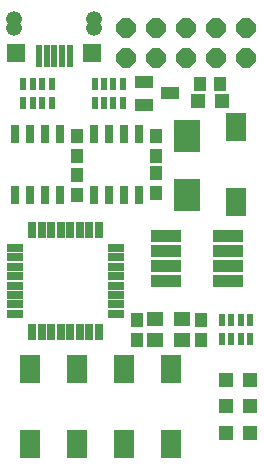
<source format=gts>
G04 EAGLE Gerber RS-274X export*
G75*
%MOMM*%
%FSLAX34Y34*%
%LPD*%
%INTop Soldermask*%
%IPPOS*%
%AMOC8*
5,1,8,0,0,1.08239X$1,22.5*%
G01*
%ADD10R,0.660400X1.371600*%
%ADD11R,1.371600X0.660400*%
%ADD12R,1.301600X1.301600*%
%ADD13R,0.600000X1.000000*%
%ADD14R,1.101600X1.201600*%
%ADD15R,2.301600X2.701600*%
%ADD16R,0.685800X1.625600*%
%ADD17R,2.641600X0.990600*%
%ADD18P,1.759533X8X22.500000*%
%ADD19R,1.701600X2.401600*%
%ADD20R,0.501600X1.901600*%
%ADD21R,1.501600X1.501600*%
%ADD22C,1.329600*%
%ADD23R,1.501600X1.101600*%
%ADD24R,1.401600X1.201600*%


D10*
X25975Y111062D03*
X33975Y111062D03*
X41975Y111062D03*
X49975Y111062D03*
X57975Y111062D03*
X65975Y111062D03*
X73975Y111062D03*
X81975Y111062D03*
D11*
X96901Y125988D03*
X96901Y133988D03*
X96901Y141988D03*
X96901Y149988D03*
X96901Y157988D03*
X96901Y165988D03*
X96901Y173988D03*
X96901Y181988D03*
D10*
X81975Y196914D03*
X73975Y196914D03*
X65975Y196914D03*
X57975Y196914D03*
X49975Y196914D03*
X41975Y196914D03*
X33975Y196914D03*
X25975Y196914D03*
D11*
X11049Y181988D03*
X11049Y173988D03*
X11049Y165988D03*
X11049Y157988D03*
X11049Y149988D03*
X11049Y141988D03*
X11049Y133988D03*
X11049Y125988D03*
D12*
X210525Y69850D03*
X189525Y69850D03*
X210525Y47625D03*
X189525Y47625D03*
X210525Y25400D03*
X189525Y25400D03*
D13*
X210438Y120713D03*
X202438Y120713D03*
X194438Y120713D03*
X186438Y120713D03*
X186438Y104713D03*
X194438Y104713D03*
X202438Y104713D03*
X210438Y104713D03*
D14*
X114300Y104213D03*
X114300Y121213D03*
X168275Y104213D03*
X168275Y121213D03*
X63500Y276788D03*
X63500Y259788D03*
D13*
X18163Y304738D03*
X26163Y304738D03*
X34163Y304738D03*
X42163Y304738D03*
X42163Y320738D03*
X34163Y320738D03*
X26163Y320738D03*
X18163Y320738D03*
D15*
X157163Y226875D03*
X157163Y276875D03*
D14*
X63500Y243450D03*
X63500Y226450D03*
D16*
X23813Y226413D03*
X23813Y278413D03*
X11113Y226413D03*
X36513Y226413D03*
X49213Y226413D03*
X11113Y278413D03*
X36513Y278413D03*
X49213Y278413D03*
D17*
X139100Y179388D03*
X191100Y179388D03*
X139100Y192088D03*
X139100Y166688D03*
X139100Y153988D03*
X191100Y192088D03*
X191100Y166688D03*
X191100Y153988D03*
D18*
X104775Y368300D03*
X130175Y368300D03*
X155575Y368300D03*
X180975Y368300D03*
X206375Y368300D03*
X104775Y342900D03*
X130175Y342900D03*
X155575Y342900D03*
X180975Y342900D03*
X206375Y342900D03*
D19*
X23813Y79125D03*
X23813Y16125D03*
X63500Y79125D03*
X63500Y16125D03*
X103188Y79125D03*
X103188Y16125D03*
X142875Y16125D03*
X142875Y79125D03*
D16*
X103188Y278413D03*
X103188Y226413D03*
X115888Y278413D03*
X90488Y278413D03*
X77788Y278413D03*
X115888Y226413D03*
X90488Y226413D03*
X77788Y226413D03*
D20*
X37950Y344388D03*
X31450Y344388D03*
X50950Y344388D03*
X57450Y344388D03*
X44450Y344388D03*
D21*
X11950Y346888D03*
X76450Y346888D03*
D22*
X10450Y368188D03*
X78450Y368188D03*
X78450Y375988D03*
X10450Y375988D03*
D14*
X130175Y276788D03*
X130175Y259788D03*
D23*
X142763Y312738D03*
X120763Y303238D03*
X120763Y322238D03*
D14*
X130175Y228038D03*
X130175Y245038D03*
D13*
X102488Y320738D03*
X94488Y320738D03*
X86488Y320738D03*
X78488Y320738D03*
X78488Y304738D03*
X86488Y304738D03*
X94488Y304738D03*
X102488Y304738D03*
D19*
X198438Y283913D03*
X198438Y220913D03*
D24*
X129788Y121713D03*
X152788Y103713D03*
X152788Y121713D03*
X129788Y103713D03*
D12*
X165713Y306388D03*
X186713Y306388D03*
D14*
X184713Y320675D03*
X167713Y320675D03*
M02*

</source>
